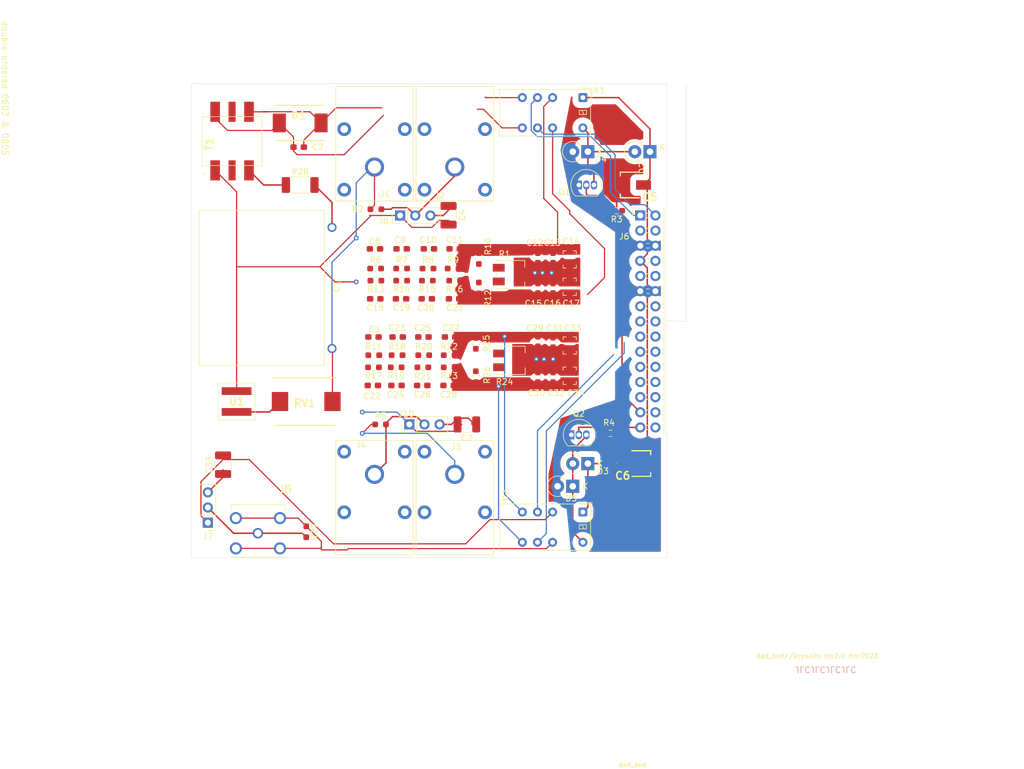
<source format=kicad_pcb>
(kicad_pcb (version 20211014) (generator pcbnew)
  (layers (0 "F.Cu" signal) (31 "B.Cu" signal) (34 "B.Paste" user) (35 "F.Paste" user) (36 "B.SilkS" user "B.Silkscreen") (37 "F.SilkS" user "F.Silkscreen") (38 "B.Mask" user) (39 "F.Mask" user) (44 "Edge.Cuts" user))
  (net 0 "")
  (net 1 "Net-(C1-Pad2)")
  (net 2 "DIVin1-")
  (net 3 "PLCout+")
  (net 4 "DIVin2+")
  (net 5 "BNCin+")
  (net 6 "DIVin1+")
  (net 7 "Net-(C4-Pad1)")
  (net 8 "GND")
  (net 9 "relaypwr")
  (net 10 "Net-(C7-Pad1)")
  (net 11 "Net-(C8-Pad1)")
  (net 12 "Net-(C10-Pad2)")
  (net 13 "Net-(C10-Pad1)")
  (net 14 "DIVout2+")
  (net 15 "PLCout-")
  (net 16 "DIVout2-")
  (net 17 "Net-(C18-Pad2)")
  (net 18 "Net-(C23-Pad2)")
  (net 19 "Net-(C19-Pad2)")
  (net 20 "Net-(C20-Pad2)")
  (net 21 "Net-(C22-Pad2)")
  (net 22 "Net-(C23-Pad1)")
  (net 23 "Net-(C24-Pad2)")
  (net 24 "Net-(C25-Pad1)")
  (net 25 "DIVout1+")
  (net 26 "DIVout1-")
  (net 27 "Net-(C26-Pad2)")
  (net 28 "Net-(C35-Pad1)")
  (net 29 "Net-(R1-Pad1)")
  (net 30 "Net-(R1-Pad3)")
  (net 31 "Net-(R11-Pad2)")
  (net 32 "Net-(R18-Pad2)")
  (net 33 "Net-(R19-Pad1)")
  (net 34 "Net-(R21-Pad1)")
  (net 35 "Net-(D2-Pad2)")
  (net 36 "Net-(D3-Pad2)")
  (net 37 "Net-(R24-Pad1)")
  (net 38 "Net-(J2-Pad1)")
  (net 39 "Net-(J10-Pad2)")
  (net 40 "15")
  (net 41 "14")
  (net 42 "13")
  (net 43 "12")
  (net 44 "11")
  (net 45 "10")
  (net 46 "9")
  (net 47 "8")
  (net 48 "CV7")
  (net 49 "CV6")
  (net 50 "5")
  (net 51 "4")
  (net 52 "3")
  (net 53 "2")
  (net 54 "1")
  (net 55 "Net-(R24-Pad3)")
  (net 56 "scope1-")
  (net 57 "scope1+")
  (net 58 "scope2-")
  (net 59 "scope2+")
  (net 60 "Net-(Q1-Pad2)")
  (net 61 "Net-(Q2-Pad2)")
  (net 62 "Net-(R6-Pad2)")
  (net 63 "Net-(R7-Pad2)")
  (net 64 "Net-(R8-Pad2)")
  (net 65 "Net-(R13-Pad1)")
  (net 66 "Net-(R14-Pad1)")
  (net 67 "Net-(R15-Pad1)")
  (net 68 "Net-(R17-Pad1)")
  (net 69 "Net-(R20-Pad2)")
  (net 70 "Net-(RV1-Pad1)")
  (net 71 "0")
  (net 72 "trigger1")
  (net 73 "trigger2")
  (net 74 "waveform1")
  (net 75 "waveform2")
  (net 76 "dad_V-")
  (net 77 "GNDREF")
  (net 80 "bnc_imp+")
  (net 81 "BNCin-")
  (net 82 "DIVin2-")
  (net 83 "Net-(T1-Pad3)")
  (footprint "kyuditsky_kicad:ECQ-UBAF474K-3_side" (layer "F.Cu") (at 112.268 97.536)
    (fp_text reference "C1")
    (fp_text value "ECQ-UBAF474K")
  )
  (footprint "Capacitor_SMD:C_0603_1608Metric_Pad1.08x0.95mm_HandSolder" (layer "F.Cu") (at 107.95 73.914 180)
    (fp_text reference "C2")
    (fp_text value "220pF")
  )
  (footprint "Capacitor_SMD:C_0603_1608Metric_Pad1.08x0.95mm_HandSolder" (layer "F.Cu") (at 120.4965 105.7645 180)
    (fp_text reference "C3")
    (fp_text value "4pf")
  )
  (footprint "Capacitor_SMD:C_1210_3225Metric_Pad1.33x2.70mm_HandSolder" (layer "F.Cu") (at 133.096 85.344 -90)
    (fp_text reference "C4")
    (fp_text value "86nF")
  )
  (footprint "kyuditsky_kicad:EEE1AA220WR" (layer "F.Cu") (at 164.056 80.264 180)
    (fp_text reference "C5")
    (fp_text value "CP" hide)
  )
  (footprint "kyuditsky_kicad:EEE1AA220WR" (layer "F.Cu") (at 164.846 127)
    (fp_text reference "C6")
    (fp_text value "CP" hide)
  )
  (footprint "Capacitor_SMD:C_1210_3225Metric_Pad1.33x2.70mm_HandSolder" (layer "F.Cu") (at 136.164 120.426 180)
    (fp_text reference "C7")
    (fp_text value "86nF")
  )
  (footprint "Capacitor_SMD:C_0603_1608Metric_Pad1.08x0.95mm_HandSolder" (layer "F.Cu") (at 120.7535 90.9775 180)
    (fp_text reference "C8")
    (fp_text value "4pf")
  )
  (footprint "Capacitor_SMD:C_0603_1608Metric_Pad1.08x0.95mm_HandSolder" (layer "F.Cu") (at 125.225 90.9775 180)
    (fp_text reference "C9")
    (fp_text value "4pf")
  )
  (footprint "Capacitor_SMD:C_0603_1608Metric_Pad1.08x0.95mm_HandSolder" (layer "F.Cu") (at 129.797 90.9775 180)
    (fp_text reference "C10")
    (fp_text value "4pf")
  )
  (footprint "Capacitor_SMD:C_0603_1608Metric_Pad1.08x0.95mm_HandSolder" (layer "F.Cu") (at 134.115 90.9775 180)
    (fp_text reference "C11")
    (fp_text value "4pf")
  )
  (footprint "Capacitor_SMD:C_0603_1608Metric_Pad1.08x0.95mm_HandSolder" (layer "F.Cu") (at 148.082 92.5015 90)
    (fp_text reference "C12")
    (fp_text value "350pF")
  )
  (footprint "Capacitor_SMD:C_0603_1608Metric_Pad1.08x0.95mm_HandSolder" (layer "F.Cu") (at 150.622 92.5015 90)
    (fp_text reference "C13")
    (fp_text value "350pF")
  )
  (footprint "Capacitor_SMD:C_Trimmer_Voltronics_JQ" (layer "F.Cu") (at 153.416 92.7555 -90)
    (fp_text reference "C14")
    (fp_text value "CTRIM")
  )
  (footprint "Capacitor_SMD:C_0603_1608Metric_Pad1.08x0.95mm_HandSolder" (layer "F.Cu") (at 148.082 97.5815 90)
    (fp_text reference "C15")
    (fp_text value "350pF")
  )
  (footprint "Capacitor_SMD:C_0603_1608Metric_Pad1.08x0.95mm_HandSolder" (layer "F.Cu") (at 150.622 97.5815 90)
    (fp_text reference "C16")
    (fp_text value "350pF")
  )
  (footprint "Capacitor_SMD:C_Trimmer_Voltronics_JQ" (layer "F.Cu") (at 153.416 97.3275 -90)
    (fp_text reference "C17")
    (fp_text value "CTRIM")
  )
  (footprint "Capacitor_SMD:C_0603_1608Metric_Pad1.08x0.95mm_HandSolder" (layer "F.Cu") (at 120.8035 99.3595)
    (fp_text reference "C18")
    (fp_text value "4pf")
  )
  (footprint "Capacitor_SMD:C_0603_1608Metric_Pad1.08x0.95mm_HandSolder" (layer "F.Cu") (at 125.1215 99.3595)
    (fp_text reference "C19")
    (fp_text value "4pf")
  )
  (footprint "Capacitor_SMD:C_0603_1608Metric_Pad1.08x0.95mm_HandSolder" (layer "F.Cu") (at 129.4395 99.3595)
    (fp_text reference "C20")
    (fp_text value "4pf")
  )
  (footprint "Capacitor_SMD:C_0603_1608Metric_Pad1.08x0.95mm_HandSolder" (layer "F.Cu") (at 134.0115 99.3595)
    (fp_text reference "C21")
    (fp_text value "4pf")
  )
  (footprint "Capacitor_SMD:C_0603_1608Metric_Pad1.08x0.95mm_HandSolder" (layer "F.Cu") (at 120.396 113.8925)
    (fp_text reference "C22")
    (fp_text value "4pf")
  )
  (footprint "Capacitor_SMD:C_0603_1608Metric_Pad1.08x0.95mm_HandSolder" (layer "F.Cu") (at 124.5605 105.7645 180)
    (fp_text reference "C23")
    (fp_text value "4pf")
  )
  (footprint "Capacitor_SMD:C_0603_1608Metric_Pad1.08x0.95mm_HandSolder" (layer "F.Cu") (at 124.3595 113.8925)
    (fp_text reference "C24")
    (fp_text value "4pf")
  )
  (footprint "Capacitor_SMD:C_0603_1608Metric_Pad1.08x0.95mm_HandSolder" (layer "F.Cu") (at 128.8785 105.7645 180)
    (fp_text reference "C25")
    (fp_text value "4pf")
  )
  (footprint "Capacitor_SMD:C_0603_1608Metric_Pad1.08x0.95mm_HandSolder" (layer "F.Cu") (at 128.6775 113.8925)
    (fp_text reference "C26")
    (fp_text value "4pf")
  )
  (footprint "Capacitor_SMD:C_0603_1608Metric_Pad1.08x0.95mm_HandSolder" (layer "F.Cu") (at 133.35 105.7645 180)
    (fp_text reference "C27")
    (fp_text value "4pf")
  )
  (footprint "Capacitor_SMD:C_0603_1608Metric_Pad1.08x0.95mm_HandSolder" (layer "F.Cu") (at 133.096 113.8925)
    (fp_text reference "C28")
    (fp_text value "4pf")
  )
  (footprint "Capacitor_SMD:C_0603_1608Metric_Pad1.08x0.95mm_HandSolder" (layer "F.Cu") (at 148.082 106.5265 90)
    (fp_text reference "C29")
    (fp_text value "350pF")
  )
  (footprint "Capacitor_SMD:C_0603_1608Metric_Pad1.08x0.95mm_HandSolder" (layer "F.Cu") (at 148.082 112.522 90)
    (fp_text reference "C30")
    (fp_text value "350pF")
  )
  (footprint "Capacitor_SMD:C_0603_1608Metric_Pad1.08x0.95mm_HandSolder" (layer "F.Cu") (at 150.622 106.68 90)
    (fp_text reference "C31")
    (fp_text value "350pF")
  )
  (footprint "Capacitor_SMD:C_Trimmer_Voltronics_JQ" (layer "F.Cu") (at 153.416 107.188 -90)
    (fp_text reference "C33")
    (fp_text value "CTRIM")
  )
  (footprint "Capacitor_SMD:C_Trimmer_Voltronics_JQ" (layer "F.Cu") (at 153.416 112.268 -90)
    (fp_text reference "C34")
    (fp_text value "CTRIM")
  )
  (footprint "Capacitor_SMD:C_1210_3225Metric_Pad1.33x2.70mm_HandSolder" (layer "F.Cu") (at 95.27 127.1835 90)
    (fp_text reference "C35")
    (fp_text value "86nF")
  )
  (footprint "SMCJ5:DIONM7959X262N" (layer "F.Cu") (at 108.204 69.85)
    (fp_text reference "D1")
    (fp_text value "SMCJ918.0CA" hide)
  )
  (footprint "Diode_THT:D_DO-41_SOD81_P2.54mm_Vertical_KathodeUp" (layer "F.Cu") (at 166.878 74.676 180)
    (fp_text reference "D2")
    (fp_text value "1N4001")
  )
  (footprint "Diode_THT:D_DO-41_SOD81_P2.54mm_Vertical_KathodeUp" (layer "F.Cu") (at 156.464 127 180)
    (fp_text reference "D3")
    (fp_text value "1N4001")
  )
  (footprint "Diode_THT:D_DO-41_SOD81_P2.54mm_Vertical_KathodeUp" (layer "F.Cu") (at 156.464 74.676 180)
    (fp_text reference "D4")
    (fp_text value "1N4001")
  )
  (footprint "Diode_THT:D_DO-41_SOD81_P2.54mm_Vertical_KathodeUp" (layer "F.Cu") (at 153.924 130.81 180)
    (fp_text reference "D5")
    (fp_text value "1N4001")
  )
  (footprint "kyuditsky_kicad_fp:Banana_Jack_S_RA_73099" (layer "F.Cu") (at 120.67 77.256 90)
    (fp_text reference "J1")
    (fp_text value "Conn_01x01")
  )
  (footprint "kyuditsky_kicad_fp:Banana_Jack_S_RA_73099" (layer "F.Cu") (at 134.132 77.256 90)
    (fp_text reference "J2")
    (fp_text value "Conn_01x01")
  )
  (footprint "kyuditsky_kicad_fp:Banana_Jack_S_RA_73099" (layer "F.Cu") (at 134.132 128.808 -90)
    (fp_text reference "J3")
    (fp_text value "Conn_01x01")
  )
  (footprint "kyuditsky_kicad_fp:Banana_Jack_S_RA_73099" (layer "F.Cu") (at 120.67 128.808 -90)
    (fp_text reference "J4")
    (fp_text value "Conn_01x01")
  )
  (footprint "kyuditsky_kicad:BNC5JPGNRABH2D" (layer "F.Cu") (at 101.1125 138.684 180)
    (fp_text reference "J5")
    (fp_text value "BNC5-J-P-GN-RA-BH2D" hide)
  )
  (footprint "Connector_PinHeader_2.54mm:PinHeader_1x03_P2.54mm_Vertical" (layer "F.Cu") (at 124.968 85.384 90)
    (fp_text reference "J8")
    (fp_text value "Conn_01x03_Male")
  )
  (footprint "Connector_PinHeader_2.54mm:PinHeader_1x03_P2.54mm_Vertical" (layer "F.Cu") (at 126.512 120.426 90)
    (fp_text reference "J10")
    (fp_text value "Conn_01x03_Male")
  )
  (footprint "Relay_THT:Relay_DPDT_Kemet_EC2" (layer "F.Cu") (at 155.6295 65.6045 -90)
    (fp_text reference "K1")
    (fp_text value "EC2-5NU")
  )
  (footprint "Relay_THT:Relay_DPDT_Kemet_EC2" (layer "F.Cu") (at 155.6295 135.128 -90)
    (fp_text reference "K2")
    (fp_text value "EC2-5NU")
  )
  (footprint "Potentiometer_SMD:Potentiometer_Bourns_3314J_Vertical" (layer "F.Cu") (at 143.51 95.2955 90)
    (fp_text reference "R1")
    (fp_text value "rv2")
  )
  (footprint "Resistor_SMD:R_0603_1608Metric_Pad0.98x0.95mm_HandSolder" (layer "F.Cu") (at 120.904 84.328)
    (fp_text reference "R2")
    (fp_text value "30M")
  )
  (footprint "Resistor_SMD:R_0603_1608Metric_Pad0.98x0.95mm_HandSolder" (layer "F.Cu") (at 161.29 84.582 180)
    (fp_text reference "R3")
    (fp_text value "1k")
  )
  (footprint "Resistor_SMD:R_0603_1608Metric_Pad0.98x0.95mm_HandSolder" (layer "F.Cu") (at 160.274 121.92 180)
    (fp_text reference "R4")
    (fp_text value "1k")
  )
  (footprint "Resistor_SMD:R_0603_1608Metric_Pad0.98x0.95mm_HandSolder" (layer "F.Cu") (at 121.686 120.426)
    (fp_text reference "R5")
    (fp_text value "30M")
  )
  (footprint "Resistor_SMD:R_0603_1608Metric_Pad0.98x0.95mm_HandSolder" (layer "F.Cu") (at 120.857 94.2795)
    (fp_text reference "R6")
    (fp_text value "1M")
  )
  (footprint "Resistor_SMD:R_0603_1608Metric_Pad0.98x0.95mm_HandSolder" (layer "F.Cu") (at 125.222 94.2795)
    (fp_text reference "R7")
    (fp_text value "1M")
  )
  (footprint "Resistor_SMD:R_0603_1608Metric_Pad0.98x0.95mm_HandSolder" (layer "F.Cu") (at 129.6435 94.2795)
    (fp_text reference "R8")
    (fp_text value "1M")
  )
  (footprint "Resistor_SMD:R_0603_1608Metric_Pad0.98x0.95mm_HandSolder" (layer "F.Cu") (at 133.858 94.2795)
    (fp_text reference "R9")
    (fp_text value "1M")
  )
  (footprint "Resistor_SMD:R_0603_1608Metric_Pad0.98x0.95mm_HandSolder" (layer "F.Cu") (at 138.176 92.6065 90)
    (fp_text reference "R10")
    (fp_text value "50k")
  )
  (footprint "Resistor_SMD:R_0603_1608Metric_Pad0.98x0.95mm_HandSolder" (layer "F.Cu") (at 120.5465 108.8125)
    (fp_text reference "R11")
    (fp_text value "1M")
  )
  (footprint "Resistor_SMD:R_0603_1608Metric_Pad0.98x0.95mm_HandSolder" (layer "F.Cu") (at 138.176 97.536 90)
    (fp_text reference "R12")
    (fp_text value "50k")
  )
  (footprint "Resistor_SMD:R_0603_1608Metric_Pad0.98x0.95mm_HandSolder" (layer "F.Cu") (at 120.904 96.3115 180)
    (fp_text reference "R13")
    (fp_text value "1M")
  )
  (footprint "Resistor_SMD:R_0603_1608Metric_Pad0.98x0.95mm_HandSolder" (layer "F.Cu") (at 125.222 96.3115 180)
    (fp_text reference "R14")
    (fp_text value "1M")
  )
  (footprint "Resistor_SMD:R_0603_1608Metric_Pad0.98x0.95mm_HandSolder" (layer "F.Cu") (at 129.54 96.3115 180)
    (fp_text reference "R15")
    (fp_text value "1M")
  )
  (footprint "Resistor_SMD:R_0603_1608Metric_Pad0.98x0.95mm_HandSolder" (layer "F.Cu") (at 134.112 96.3115 180)
    (fp_text reference "R16")
    (fp_text value "1M")
  )
  (footprint "Resistor_SMD:R_0603_1608Metric_Pad0.98x0.95mm_HandSolder" (layer "F.Cu") (at 120.4995 110.8445 180)
    (fp_text reference "R17")
    (fp_text value "1M")
  )
  (footprint "Resistor_SMD:R_0603_1608Metric_Pad0.98x0.95mm_HandSolder" (layer "F.Cu") (at 124.3095 110.8445 180)
    (fp_text reference "R19")
    (fp_text value "1M")
  )
  (footprint "Resistor_SMD:R_0603_1608Metric_Pad0.98x0.95mm_HandSolder" (layer "F.Cu") (at 128.9285 108.8125)
    (fp_text reference "R20")
    (fp_text value "1M")
  )
  (footprint "Resistor_SMD:R_0603_1608Metric_Pad0.98x0.95mm_HandSolder" (layer "F.Cu") (at 128.778 110.8445 180)
    (fp_text reference "R21")
    (fp_text value "1M")
  )
  (footprint "Resistor_SMD:R_0603_1608Metric_Pad0.98x0.95mm_HandSolder" (layer "F.Cu") (at 133.1995 108.8125)
    (fp_text reference "R22")
    (fp_text value "1M")
  )
  (footprint "Potentiometer_SMD:Potentiometer_Bourns_3314J_Vertical" (layer "F.Cu") (at 143.5735 109.6825 90)
    (fp_text reference "R24")
    (fp_text value "rv1")
  )
  (footprint "Resistor_SMD:R_0603_1608Metric_Pad0.98x0.95mm_HandSolder" (layer "F.Cu") (at 137.668 106.8305 90)
    (fp_text reference "R25")
    (fp_text value "50k")
  )
  (footprint "Resistor_SMD:R_0603_1608Metric_Pad0.98x0.95mm_HandSolder" (layer "F.Cu") (at 109.22 138.43 -90)
    (fp_text reference "R27")
    (fp_text value "30M")
  )
  (footprint "VP4032K122R300_kicad:CAPPM10080X500N" (layer "F.Cu") (at 109.22 116.586)
    (fp_text reference "RV1")
    (fp_text value "VP4032K122R300" hide)
  )
  (footprint "kyuditsky_kicad_fp:GT07110013" (layer "F.Cu") (at 96.774 72.898 180)
    (fp_text reference "T1")
    (fp_text value "GT07-110-013" hide)
  )
  (footprint "kyuditsky_kicad:SL1002A600SP" (layer "F.Cu") (at 97.536 116.586 90)
    (fp_text reference "U1")
    (fp_text value "SL1002A600SP" hide)
  )
  (footprint "Capacitor_SMD:C_0603_1608Metric_Pad1.08x0.95mm_HandSolder" (layer "F.Cu") (at 150.622 112.522 90)
    (fp_text reference "C32")
    (fp_text value "350pF")
  )
  (footprint "Resistor_SMD:R_0603_1608Metric_Pad0.98x0.95mm_HandSolder" (layer "F.Cu") (at 124.46 108.8125)
    (fp_text reference "R18")
    (fp_text value "1M")
  )
  (footprint "Resistor_SMD:R_0603_1608Metric_Pad0.98x0.95mm_HandSolder" (layer "F.Cu") (at 137.668 112.4185 90)
    (fp_text reference "R26")
    (fp_text value "50k")
  )
  (footprint "Resistor_SMD:R_0603_1608Metric_Pad0.98x0.95mm_HandSolder" (layer "F.Cu") (at 133.1995 110.8445 180)
    (fp_text reference "R23")
    (fp_text value "1M")
  )
  (footprint "Package_TO_SOT_THT:TO-92_Inline" (layer "F.Cu") (at 154.94 80.264)
    (fp_text reference "Q1")
    (fp_text value "2N3904")
  )
  (footprint "Package_TO_SOT_THT:TO-92_Inline" (layer "F.Cu") (at 153.67 122.174)
    (fp_text reference "Q2")
    (fp_text value "2N3904")
  )
  (footprint "Connector_PinHeader_2.54mm:PinHeader_1x03_P2.54mm_Vertical" (layer "F.Cu") (at 92.71 136.906 180)
    (fp_text reference "J7")
    (fp_text value "Conn_01x03_Male")
  )
  (footprint "Connector_PinHeader_2.54mm:PinHeader_2x15_P2.54mm_Horizontal" (layer "F.Cu") (at 165.2575 85.374)
    (fp_text reference "J6")
    (fp_text value "Conn_02x15_Odd_Even")
  )
  (footprint "Resistor_SMD:R_2010_5025Metric_Pad1.40x2.65mm_HandSolder" (layer "F.Cu") (at 108.204 80.264)
    (fp_text reference "R28")
    (fp_text value "2.2")
  )
  (gr_line (start 169.692 103.027) (end 172.994 103.154) (layer "Edge.Cuts") (width 0.05))
  (gr_rect (start 89.936 63.276) (end 169.692 142.778) (layer "Edge.Cuts") (width 0.05) (fill none))
  (gr_line (start 172.994 63.276) (end 172.994 103.154) (layer "Edge.Cuts") (width 0.05))
  (gr_text "JLCJLCJLCJLC" (at 196.342 161.544 180) (layer "B.SilkS") (effects (font (size 1 1)) (justify mirror)))
  (gr_text "double ordered 0603 & 0805" (at 58.694 64.038 270) (layer "F.SilkS") (effects (font (size 1 1))))
  (gr_text "dad_bod" (at 161.564 177.520234) (layer "F.SilkS") (effects (font (size 0.75 0.75)) (justify left)))
  (gr_text "dad_bod//keyudits rev2.0 mar2023" (at 205.232 159.258) (layer "F.SilkS") (effects (font (size 0.75 0.75)) (justify right)))
  (segment (start 113.538 83.198) (end 113.538 87.376) (width 0.25) (layer "F.Cu") (net 1))
  (segment (start 110.604 80.264) (end 113.538 83.198) (width 0.25) (layer "F.Cu") (net 1))
  (segment (start 118.618 121.92) (end 120.112 120.426) (width 0.2) (layer "F.Cu") (net 2))
  (segment (start 120.112 120.426) (end 120.7735 120.426) (width 0.2) (layer "F.Cu") (net 2))
  (via (at 118.618 121.92) (size 0.8) (drill 0.4) (layers "F.Cu" "B.Cu") (net 2))
  (segment (start 134.132 126.545259) (end 129.506741 121.92) (width 0.2) (layer "B.Cu") (net 2))
  (segment (start 129.506741 121.92) (end 118.618 121.92) (width 0.2) (layer "B.Cu") (net 2))
  (segment (start 134.132 128.808) (end 134.132 126.545259) (width 0.2) (layer "B.Cu") (net 2))
  (segment (start 115.57 75.184) (end 118.618 72.136) (width 0.2) (layer "F.Cu") (net 3))
  (segment (start 139.2645 65.6045) (end 139.192 65.532) (width 0.2) (layer "F.Cu") (net 3))
  (segment (start 93.934 69.042) (end 96.012 71.12) (width 0.2) (layer "F.Cu") (net 3))
  (segment (start 107.0875 73.914) (end 107.0875 74.5755) (width 0.2) (layer "F.Cu") (net 3))
  (segment (start 107.0875 74.5755) (end 107.696 75.184) (width 0.2) (layer "F.Cu") (net 3))
  (segment (start 145.4695 65.6045) (end 139.2645 65.6045) (width 0.2) (layer "F.Cu") (net 3))
  (segment (start 93.934 67.988) (end 93.934 69.042) (width 0.2) (layer "F.Cu") (net 3))
  (segment (start 107.696 75.184) (end 115.57 75.184) (width 0.2) (layer "F.Cu") (net 3))
  (segment (start 103.434 71.12) (end 104.704 69.85) (width 0.2) (layer "F.Cu") (net 3))
  (segment (start 107.0875 73.914) (end 107.0875 72.2335) (width 0.2) (layer "F.Cu") (net 3))
  (segment (start 107.0875 72.2335) (end 104.704 69.85) (width 0.2) (layer "F.Cu") (net 3))
  (segment (start 96.012 71.12) (end 103.434 71.12) (width 0.2) (layer "F.Cu") (net 3))
  (segment (start 118.618 72.136) (end 122.174 68.58) (width 0.2) (layer "F.Cu") (net 3))
  (segment (start 113.62 116.586) (end 113.62 107.778) (width 0.2) (layer "F.Cu") (net 4))
  (segment (start 120.67 83.6495) (end 120.67 77.256) (width 0.2) (layer "F.Cu") (net 4))
  (segment (start 119.9915 84.328) (end 120.67 83.6495) (width 0.2) (layer "F.Cu") (net 4))
  (segment (start 113.62 107.778) (end 113.538 107.696) (width 0.2) (layer "F.Cu") (net 4))
  (via (at 117.602 89.154) (size 0.8) (drill 0.4) (layers "F.Cu" "B.Cu") (net 4))
  (segment (start 120.67 77.256) (end 120.23939 77.256) (width 0.2) (layer "B.Cu") (net 4))
  (segment (start 117.602 89.154) (end 113.538 93.218) (width 0.2) (layer "B.Cu") (net 4))
  (segment (start 113.538 93.218) (end 113.538 107.696) (width 0.2) (layer "B.Cu") (net 4))
  (segment (start 117.602 79.89339) (end 117.602 89.154) (width 0.2) (layer "B.Cu") (net 4))
  (segment (start 120.23939 77.256) (end 117.602 79.89339) (width 0.2) (layer "B.Cu") (net 4))
  (segment (start 95.27 126.321) (end 91.56 130.031) (width 0.2) (layer "F.Cu") (net 5))
  (segment (start 135.96861 140.462) (end 140.03261 136.398) (width 0.2) (layer "F.Cu") (net 5))
  (segment (start 95.27 126.321) (end 99.651 126.321) (width 0.2) (layer "F.Cu") (net 5))
  (segment (start 149.2795 136.398) (end 150.5495 135.128) (width 0.2) (layer "F.Cu") (net 5))
  (segment (start 91.56 130.031) (end 91.56 135.756) (width 0.2) (layer "F.Cu") (net 5))
  (segment (start 91.56 135.756) (end 92.71 136.906) (width 0.2) (layer "F.Cu") (net 5))
  (segment (start 99.651 126.321) (end 113.792 140.462) (width 0.2) (layer "F.Cu") (net 5))
  (segment (start 113.792 140.462) (end 135.96861 140.462) (width 0.2) (layer "F.Cu") (net 5))
  (segment (start 140.03261 136.398) (end 149.2795 136.398) (width 0.2) (layer "F.Cu") (net 5))
  (segment (start 126.512 120.426) (end 127.662 121.576) (width 0.2) (layer "F.Cu") (net 6))
  (segment (start 131.592 120.426) (end 133.574 120.426) (width 0.25) (layer "F.Cu") (net 6))
  (segment (start 133.574 120.426) (end 134.62 119.38) (width 0.25) (layer "F.Cu") (net 6))
  (segment (start 127.662 121.576) (end 134.1515 121.576) (width 0.2) (layer "F.Cu") (net 6))
  (segment (start 134.62 119.38) (end 136.398 119.38) (width 0.25) (layer "F.Cu") (net 6))
  (segment (start 134.1515 121.576) (end 135.3015 120.426) (width 0.2) (layer "F.Cu") (net 6))
  (segment (start 136.398 119.38) (end 137.0265 120.0085) (width 0.25) (layer "F.Cu") (net 6))
  (segment (start 137.0265 120.0085) (end 137.0265 120.426) (width 0.25) (layer "F.Cu") (net 6))
  (via (at 118.618 118.364) (size 0.8) (drill 0.4) (layers "F.Cu" "B.Cu") (net 6))
  (segment (start 126.512 120.426) (end 124.45 118.364) (width 0.2) (layer "B.Cu") (net 6))
  (segment (start 124.45 118.364) (end 124.206 118.364) (width 0.2) (layer "B.Cu") (net 6))
  (segment (start 124.206 118.364) (end 118.618 118.364) (width 0.2) (layer "B.Cu") (net 6))
  (segment (start 130.048 85.384) (end 132.1935 85.384) (width 0.25) (layer "F.Cu") (net 7))
  (segment (start 132.1935 85.384) (end 133.096 84.4815) (width 0.25) (layer "F.Cu") (net 7))
  (segment (start 161.29 86.106) (end 160.528 86.868) (width 0.25) (layer "F.Cu") (net 8))
  (segment (start 162.306 80.264) (end 161.29 81.28) (width 0.25) (layer "F.Cu") (net 8))
  (segment (start 154.94 80.264) (end 153.924 79.248) (width 0.25) (layer "F.Cu") (net 8))
  (segment (start 153.924 79.248) (end 153.924 74.676) (width 0.25) (layer "F.Cu") (net 8))
  (segment (start 161.29 81.28) (end 161.29 85.09) (width 0.25) (layer "F.Cu") (net 8))
  (segment (start 161.29 85.09) (end 161.29 86.106) (width 0.25) (layer "F.Cu") (net 8))
  (segment (start 166.4325 123.6635) (end 166.4325 94.169) (width 0.25) (layer "F.Cu") (net 9))
  (segment (start 163.096 127) (end 166.4325 123.6635) (width 0.25) (layer "F.Cu") (net 9))
  (segment (start 165.806 80.264) (end 166.4325 80.8905) (width 0.25) (layer "F.Cu") (net 9))
  (segment (start 166.878 70.866) (end 161.6165 65.6045) (width 0.25) (layer "F.Cu") (net 9))
  (segment (start 156.464 127) (end 163.096 127) (width 0.25) (layer "F.Cu") (net 9))
  (segment (start 166.4325 91.819) (end 165.2575 92.994) (width 0.25) (layer "F.Cu") (net 9))
  (segment (start 166.878 74.676) (end 166.878 70.866) (width 0.25) (layer "F.Cu") (net 9))
  (segment (start 161.6165 65.6045) (end 155.6295 65.6045) (width 0.25) (layer "F.Cu") (net 9))
  (segment (start 166.4325 94.169) (end 165.2575 92.994) (width 0.25) (layer "F.Cu") (net 9))
  (segment (start 156.464 127) (end 156.464 134.2935) (width 0.25) (layer "F.Cu") (net 9))
  (segment (start 156.464 134.2935) (end 155.6295 135.128) (width 0.25) (layer "F.Cu") (net 9))
  (segment (start 166.878 74.676) (end 166.878 79.192) (width 0.25) (layer "F.Cu") (net 9))
  (segment (start 166.878 79.192) (end 165.806 80.264) (width 0.25) (layer "F.Cu") (net 9))
  (segment (start 166.4325 80.8905) (end 166.4325 91.819) (width 0.25) (layer "F.Cu") (net 9))
  (segment (start 149.0595 67.0945) (end 149.0595 82.5115) (width 0.2) (layer "F.Cu") (net 14))
  (segment (start 149.0595 82.5115) (end 151.384 84.836) (width 0.2) (layer "F.Cu") (net 14))
  (segment (start 151.384 84.836) (end 151.384 91.3215) (width 0.2) (layer "F.Cu") (net 14))
  (segment (start 148.3995 91.3215) (end 148.082 91.639) (width 0.2) (layer "F.Cu") (net 14))
  (segment (start 150.5495 65.6045) (end 149.0595 67.0945) (width 0.2) (layer "F.Cu") (net 14))
  (segment (start 142.0585 70.6845) (end 139.192 67.818) (width 0.2) (layer "F.Cu") (net 15))
  (segment (start 138.938 67.564) (end 137.922 67.564) (width 0.2) (layer "F.Cu") (net 15))
  (segment (start 108.8125 72.7415) (end 111.704 69.85) (width 0.2) (layer "F.Cu") (net 15))
  (segment (start 108.8125 73.914) (end 108.8125 72.7415) (width 0.2) (layer "F.Cu") (net 15))
  (segment (start 145.4695 70.6845) (end 142.0585 70.6845) (width 0.2) (layer "F.Cu") (net 15))
  (segment (start 102.024 67.988) (end 102.842 67.988) (width 0.2) (layer "F.Cu") (net 15))
  (segment (start 111.704 69.85) (end 114.244 67.31) (width 0.2) (layer "F.Cu") (net 15))
  (segment (start 99.614 67.988) (end 102.024 67.988) (width 0.2) (layer "F.Cu") (net 15))
  (segment (start 111.704 69.85) (end 109.829 67.975) (width 0.2) (layer "F.Cu") (net 15))
  (segment (start 114.244 67.31) (end 121.92 67.31) (width 0.2) (layer "F.Cu") (net 15))
  (segment (start 139.192 67.818) (end 138.938 67.564) (width 0.2) (layer "F.Cu") (net 15))
  (segment (start 102.037 67.975) (end 102.024 67.988) (width 0.2) (layer "F.Cu") (net 15))
  (segment (start 109.829 67.975) (end 102.037 67.975) (width 0.2) (layer "F.Cu") (net 15))
  (segment (start 159.258 90.932) (end 159.258 95.795) (width 0.2) (layer "F.Cu") (net 16))
  (segment (start 150.5495 70.6845) (end 150.5495 81.7155) (width 0.2) (layer "F.Cu") (net 16))
  (segment (start 159.258 95.795) (end 156.4005 98.6525) (width 0.2) (layer "F.Cu") (net 16))
  (segment (start 153.416 85.09) (end 159.258 90.932) (width 0.2) (layer "F.Cu") (net 16))
  (segment (start 153.416 84.582) (end 153.416 85.09) (width 0.2) (layer "F.Cu") (net 16))
  (segment (start 150.5495 81.7155) (end 153.416 84.582) (width 0.2) (layer "F.Cu") (net 16))
  (via (at 142.494 105.664) (size 0.8) (drill 0.4) (layers "F.Cu" "B.Cu") (net 25))
  (segment (start 142.494 105.664) (end 142.494 132.1525) (width 0.2) (layer "B.Cu") (net 25))
  (segment (start 142.494 132.1525) (end 145.4695 135.128) (width 0.2) (layer "B.Cu") (net 25))
  (via (at 141.478 114.046) (size 0.8) (drill 0.4) (layers "F.Cu" "B.Cu") (net 26))
  (segment (start 141.478 114.046) (end 141.478 136.2165) (width 0.2) (layer "B.Cu") (net 26))
  (segment (start 141.478 136.2165) (end 145.4695 140.208) (width 0.2) (layer "B.Cu") (net 26))
  (segment (start 95.27 129.266) (end 95.27 128.046) (width 0.25) (layer "F.Cu") (net 28))
  (segment (start 92.71 131.826) (end 95.27 129.266) (width 0.25) (layer "F.Cu") (net 28))
  (segment (start 156.464 77.47) (end 157.48 78.486) (width 0.25) (layer "F.Cu") (net 35))
  (segment (start 156.464 74.676) (end 164.338 74.676) (width 0.25) (layer "F.Cu") (net 35))
  (segment (start 155.6295 70.6845) (end 156.464 71.519) (width 0.25) (layer "F.Cu") (net 35))
  (segment (start 156.464 71.519) (end 156.464 74.676) (width 0.25) (layer "F.Cu") (net 35))
  (segment (start 156.464 74.676) (end 156.464 77.47) (width 0.25) (layer "F.Cu") (net 35))
  (segment (start 157.48 78.486) (end 157.48 80.264) (width 0.25) (layer "F.Cu") (net 35))
  (segment (start 153.924 130.81) (end 153.924 138.5025) (width 0.25) (layer "F.Cu") (net 36))
  (segment (start 156.21 122.174) (end 156.21 122.399) (width 0.25) (layer "F.Cu") (net 36))
  (segment (start 153.924 124.685) (end 153.924 127) (width 0.25) (layer "F.Cu") (net 36))
  (segment (start 153.924 127) (end 153.924 130.81) (width 0.25) (layer "F.Cu") (net 36))
  (segment (start 156.21 122.399) (end 153.924 124.685) (width 0.25) (layer "F.Cu") (net 36))
  (segment (start 153.924 138.5025) (end 155.6295 140.208) (width 0.25) (layer "F.Cu") (net 36))
  (segment (start 121.8165 84.328) (end 123.444 84.328) (width 0.25) (layer "F.Cu") (net 38))
  (segment (start 123.444 84.328) (end 123.698 84.074) (width 0.25) (layer "F.Cu") (net 38))
  (segment (start 134.132 78.76) (end 134.132 77.256) (width 0.25) (layer "F.Cu") (net 38))
  (segment (start 127.508 85.384) (end 134.132 78.76) (width 0.25) (layer "F.Cu") (net 38))
  (segment (start 126.198 84.074) (end 127.508 85.384) (width 0.25) (layer "F.Cu") (net 38))
  (segment (start 123.698 84.074) (end 126.198 84.074) (width 0.25) (layer "F.Cu") (net 38))
  (segment (start 123.698 119.126) (end 122.5985 120.2255) (width 0.25) (layer "F.Cu") (net 39))
  (segment (start 127.752 119.126) (end 123.698 119.126) (width 0.25) (layer "F.Cu") (net 39))
  (segment (start 122.5985 126.8795) (end 120.67 128.808) (width 0.25) (layer "F.Cu") (net 39))
  (segment (start 129.052 120.426) (end 127.752 119.126) (width 0.25) (layer "F.Cu") (net 39))
  (segment (start 122.5985 120.426) (end 122.5985 126.8795) (width 0.25) (layer "F.Cu") (net 39))
  (segment (start 122.5985 120.2255) (end 122.5985 120.426) (width 0.25) (layer "F.Cu") (net 39))
  (segment (start 162.1725 120.934) (end 161.1865 121.92) (width 0.25) (layer "F.Cu") (net 48))
  (segment (start 165.2575 120.934) (end 162.1725 120.934) (width 0.25) (layer "F.Cu") (net 48))
  (segment (start 162.2025 115.339) (end 165.2575 118.394) (width 0.25) (layer "F.Cu") (net 49))
  (segment (start 162.2025 84.582) (end 162.2025 115.339) (width 0.25) (layer "F.Cu") (net 49))
  (segment (start 157.5865 71.7345) (end 149.0595 71.7345) (width 0.2) (layer "B.Cu") (net 56))
  (segment (start 161.036 75.184) (end 161.036 81.026) (width 0.2) (layer "B.Cu") (net 56))
  (segment (start 161.036 81.026) (end 163.576 83.566) (width 0.2) (layer "B.Cu") (net 56))
  (segment (start 161.036 75.184) (end 157.5865 71.7345) (width 0.2) (layer "B.Cu") (net 56))
  (segment (start 149.0595 71.7345) (end 148.0095 70.6845) (width 0.2) (layer "B.Cu") (net 56))
  (segment (start 165.9895 83.566) (end 167.7975 85.374) (width 0.2) (layer "B.Cu") (net 56))
  (segment (start 163.576 83.566) (end 165.9895 83.566) (width 0.2) (layer "B.Cu") (net 56))
  (segment (start 146.9595 66.6545) (end 148.0095 65.6045) (width 0.2) (layer "B.Cu") (net 57))
  (segment (start 147.974575 72.1345) (end 146.9595 71.119425) (width 0.2) (layer "B.Cu") (net 57))
  (segment (start 160.274 75.438) (end 156.9705 72.1345) (width 0.2) (layer "B.Cu") (net 57))
  (segment (start 160.274 75.438) (end 160.274 81.534) (width 0.2) (layer "B.Cu") (net 57))
  (segment (start 156.9705 72.1345) (end 147.974575 72.1345) (width 0.2) (layer "B.Cu") (net 57))
  (segment (start 160.274 81.534) (end 164.114 85.374) (width 0.2) (layer "B.Cu") (net 57))
  (segment (start 146.9595 71.119425) (end 146.9595 66.6545) (width 0.2) (layer "B.Cu") (net 57))
  (segment (start 164.114 85.374) (end 165.2575 85.374) (width 0.2) (layer "B.Cu") (net 57))
  (segment (start 149.4995 138.718) (end 149.4995 121.5185) (width 0.2) (layer "B.Cu") (net 58))
  (segment (start 149.4995 121.5185) (end 152.4 118.618) (width 0.2) (layer "B.Cu") (net 58))
  (segment (start 152.4 118.618) (end 162.56 108.458) (width 0.2) (layer "B.Cu") (net 58))
  (segment (start 148.0095 140.208) (end 149.4995 138.718) (width 0.2) (layer "B.Cu") (net 58))
  (segment (start 162.56 108.458) (end 162.56 106.68) (width 0.2) (layer "B.Cu") (net 58))
  (segment (start 149.86 119.634) (end 160.782 108.712) (width 0.2) (layer "B.Cu") (net 59))
  (segment (start 148.0095 121.4845) (end 149.86 119.634) (width 0.2) (layer "B.Cu") (net 59))
  (segment (start 148.0095 135.128) (end 148.0095 121.4845) (width 0.2) (layer "B.Cu") (net 59))
  (segment (start 156.21 81.788) (end 156.21 80.264) (width 0.25) (layer "F.Cu") (net 60))
  (segment (start 157.8375 82.042) (end 156.464 82.042) (width 0.25) (layer "F.Cu") (net 60))
  (segment (start 156.464 82.042) (end 156.21 81.788) (width 0.25) (layer "F.Cu") (net 60))
  (segment (start 160.3775 84.582) (end 157.8375 82.042) (width 0.25) (layer "F.Cu") (net 60))
  (segment (start 158.3455 120.904) (end 159.3615 121.92) (width 0.25) (layer "F.Cu") (net 61))
  (segment (start 154.94 120.904) (end 158.3455 120.904) (width 0.25) (layer "F.Cu") (net 61))
  (segment (start 154.94 122.174) (end 154.94 120.904) (width 0.25) (layer "F.Cu") (net 61))
  (segment (start 97.536 118.336) (end 103.07 118.336) (width 0.25) (layer "F.Cu") (net 70))
  (segment (start 103.07 118.336) (end 104.82 116.586) (width 0.25) (layer "F.Cu") (net 70))
  (via (at 149.098 109.474) (size 0.8) (drill 0.4) (layers "F.Cu" "B.Cu") (net 77))
  (via (at 150.622 109.474) (size 0.8) (drill 0.4) (layers "F.Cu" "B.Cu") (net 77))
  (via (at 147.828 109.474) (size 0.8) (drill 0.4) (layers "F.Cu" "B.Cu") (net 77))
  (via (at 147.574 94.996) (size 0.8) (drill 0.4) (layers "F.Cu" "B.Cu") (net 77))
  (via (at 150.368 94.996) (size 0.8) (drill 0.4) (layers "F.Cu" "B.Cu") (net 77))
  (via (at 148.844 94.996) (size 0.8) (drill 0.4) (layers "F.Cu" "B.Cu") (net 77))
  (segment (start 101.1125 138.684) (end 108.5615 138.684) (width 0.25) (layer "F.Cu") (net 80))
  (segment (start 108.5615 138.684) (end 109.22 139.3425) (width 0.25) (layer "F.Cu") (net 80))
  (segment (start 97.028 138.684) (end 101.1125 138.684) (width 0.25) (layer "F.Cu") (net 80))
  (segment (start 92.71 134.366) (end 97.028 138.684) (width 0.25) (layer "F.Cu") (net 80))
  (segment (start 97.4125 141.224) (end 104.8125 141.224) (width 0.2) (layer "F.Cu") (net 81))
  (segment (start 104.8125 136.144) (end 107.8465 136.144) (width 0.2) (layer "F.Cu") (net 81))
  (segment (start 111.76 141.478) (end 116.078 141.478) (width 0.2) (layer "F.Cu") (net 81))
  (segment (start 111.76 140.0575) (end 111.76 140.97) (width 0.2) (layer "F.Cu") (net 81))
  (segment (start 111.76 140.97) (end 111.76 141.478) (width 0.2) (layer "F.Cu") (net 81))
  (segment (start 111.76 141.224) (end 111.76 140.97) (width 0.2) (layer "F.Cu") (net 81))
  (segment (start 107.8465 136.144) (end 109.22 137.5175) (width 0.2) (layer "F.Cu") (net 81))
  (segment (start 104.8125 141.224) (end 111.76 141.224) (width 0.2) (layer "F.Cu") (net 81))
  (segment (start 116.078 141.478) (end 116.332 141.224) (width 0.2) (layer "F.Cu") (net 81))
  (segment (start 116.366 141.258) (end 149.4995 141.258) (width 0.2) (layer "F.Cu") (net 81))
  (segment (start 149.4995 141.258) (end 150.5495 140.208) (width 0.2) (layer "F.Cu") (net 81))
  (segment (start 104.8125 136.144) (end 97.4125 136.144) (width 0.2) (layer "F.Cu") (net 81))
  (segment (start 116.332 141.224) (end 116.366 141.258) (width 0.2) (layer "F.Cu") (net 81))
  (segment (start 109.22 137.5175) (end 111.76 140.0575) (width 0.2) (layer "F.Cu") (net 81))
  (segment (start 111.506 93.98) (end 97.536 93.98) (width 0.2) (layer "F.Cu") (net 82))
  (segment (start 97.536 114.836) (end 97.536 93.98) (width 0.2) (layer "F.Cu") (net 82))
  (segment (start 131.4715 86.2065) (end 130.302 87.376) (width 0.2) (layer "F.Cu") (net 82))
  (segment (start 114.046 96.52) (end 117.602 96.52) (width 0.2) (layer "F.Cu") (net 82))
  (segment (start 130.302 87.376) (end 126.96 87.376) (width 0.2) (layer "F.Cu") (net 82))
  (segment (start 133.096 86.2065) (end 131.4715 86.2065) (width 0.2) (layer "F.Cu") (net 82))
  (segment (start 120.102 85.384) (end 111.506 93.98) (width 0.2) (layer "F.Cu") (net 82))
  (segment (start 93.934 77.808) (end 93.934 77.96) (width 0.2) (layer "F.Cu") (net 82))
  (segment (start 126.96 87.376) (end 124.968 85.384) (width 0.2) (layer "F.Cu") (net 82))
  (segment (start 120.102 85.384) (end 119.848 85.384) (width 0.2) (layer "F.Cu") (net 82))
  (segment (start 124.968 85.384) (end 120.102 85.384) (width 0.2) (layer "F.Cu") (net 82))
  (segment (start 111.506 93.98) (end 114.046 96.52) (width 0.2) (layer "F.Cu") (net 82))
  (segment (start 97.536 93.98) (end 97.536 81.41) (width 0.2) (layer "F.Cu") (net 82))
  (segment (start 97.536 81.41) (end 93.934 77.808) (width 0.2) (layer "F.Cu") (net 82))
  (via (at 117.602 96.52) (size 0.8) (drill 0.4) (layers "F.Cu" "B.Cu") (net 82))
  (segment (start 102.07 80.264) (end 99.614 77.808) (width 0.25) (layer "F.Cu") (net 83))
  (segment (start 105.804 80.264) (end 102.07 80.264) (width 0.25) (layer "F.Cu") (net 83))
  (zone (net 16) (net_name "DIVout2-") (layer "F.Cu") (connect_pads yes (clearance 1)) (min_thickness 0.254) (fill yes (thermal_gap 0.508) (thermal_bridge_width 0.508))
    (polygon (pts (xy 136.906 97.79) (xy 155.194 97.79) (xy 155.194 100.33) (xy 134.112 100.33) (xy 134.112 95.504) (xy 136.398 95.504)))
  )
  (zone (net 26) (net_name "DIVout1-") (layer "F.Cu") (connect_pads yes (clearance 1)) (min_thickness 0.254) (fill yes (thermal_gap 0.508) (thermal_bridge_width 0.508))
    (polygon (pts (xy 136.398 112.522) (xy 154.94 112.522) (xy 154.94 114.808) (xy 133.096 114.808) (xy 133.35 109.982) (xy 135.128 109.982)))
  )
  (zone (net 14) (net_name "DIVout2+") (layer "F.Cu") (connect_pads yes (clearance 1)) (min_thickness 0.254) (fill yes (thermal_gap 0.508) (thermal_bridge_width 0.508))
    (polygon (pts (xy 155.190474 91.948049) (xy 136.902474 92.202049) (xy 136.398 94.996) (xy 134.112 94.996) (xy 134.366 90.17) (xy 155.194 90.17)))
  )
  (zone (net 25) (net_name "DIVout1+") (layer "F.Cu") (connect_pads yes (clearance 1)) (min_thickness 0.254) (fill yes (thermal_gap 0.508) (thermal_bridge_width 0.508))
    (polygon (pts (xy 154.94 106.68) (xy 136.398 106.68) (xy 135.128 109.728) (xy 133.35 109.728) (xy 133.35 104.902) (xy 154.94 104.902)))
  )
  (zone (net 77) (net_name "GNDREF") (layer "F.Cu") (connect_pads yes (clearance 1)) (min_thickness 0.254) (fill yes (thermal_gap 0.508) (thermal_bridge_width 0.508))
    (polygon (pts (xy 155.194 97.282) (xy 144.018 97.282) (xy 144.018 92.456) (xy 155.194 92.456)))
  )
  (zone (net 8) (net_name "GND") (layers F&B.Cu) (connect_pads yes (clearance 1)) (min_thickness 0.254) (fill yes (thermal_gap 0.508) (thermal_bridge_width 0.508))
    (polygon (pts (xy 169.164 142.24) (xy 153.67 142.24) (xy 152.908 134.62) (xy 149.86 133.35) (xy 149.86 128.778) (xy 151.892 119.38) (xy 161.036 116.332) (xy 161.036 88.138) (xy 153.67 83.058) (xy 151.892 74.422) (xy 153.924 64.008) (xy 169.164 64.008)))
  )
  (zone (net 77) (net_name "GNDREF") (layer "F.Cu") (connect_pads yes (clearance 1)) (min_thickness 0.254) (fill yes (thermal_gap 0.508) (thermal_bridge_width 0.508))
    (polygon (pts (xy 154.94 112.268) (xy 143.764 112.268) (xy 143.764 106.934) (xy 154.94 106.934)))
  )
)
</source>
